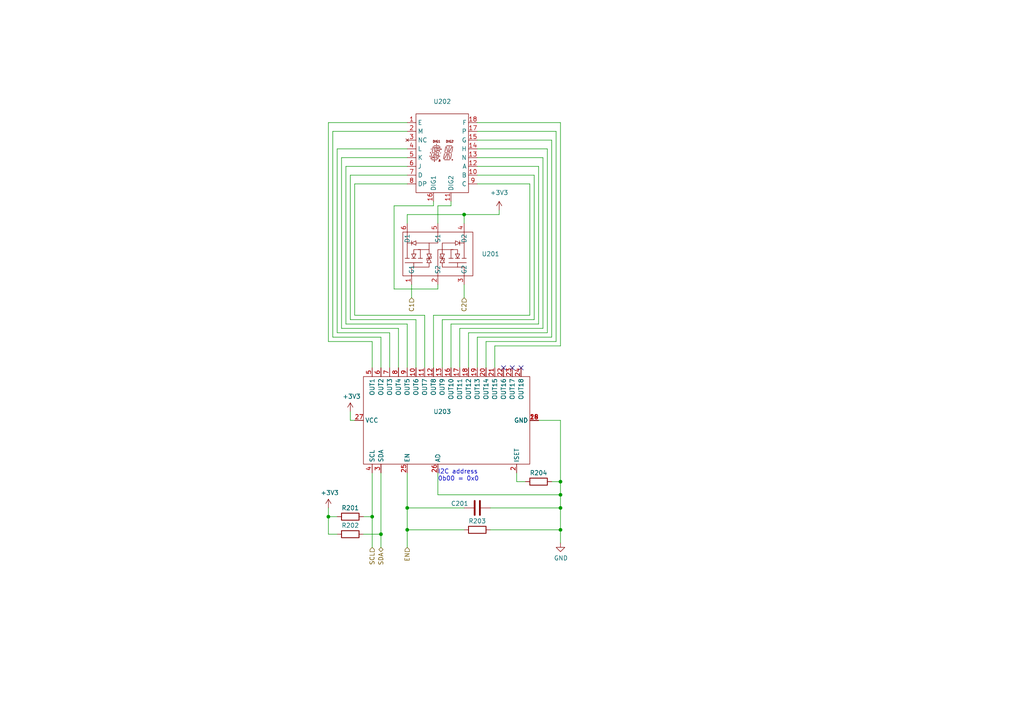
<source format=kicad_sch>
(kicad_sch (version 20211123) (generator eeschema)
  (paper "A4")
  (lib_symbols
    (symbol "Device:C" (pin_numbers hide) (pin_names (offset 0.254))
      (property "Reference" "C" (at 0.635 2.54 0))
      (property "Value" "C" (at 0.635 -2.54 0))
      (symbol "C_0_1"
        (polyline (pts (xy -2.032 -0.762) (xy 2.032 -0.762)) (stroke (width 0.508)))
        (polyline (pts (xy -2.032 0.762) (xy 2.032 0.762)) (stroke (width 0.508)))
      )
      (symbol "C_1_1"
        (pin passive line (at 0 3.81 270) (length 2.794) (name "~") (number "1"))
        (pin passive line (at 0 -3.81 90) (length 2.794) (name "~") (number "2"))
      )
    )
    (symbol "Device:R" (pin_numbers hide) (pin_names (offset 0))
      (property "Reference" "R" (at 2.032 0 90))
      (property "Value" "R" (at 0 0 90))
      (symbol "R_0_1"
        (rectangle (start -1.016 -2.54) (end 1.016 2.54) (stroke (width 0.254)))
      )
      (symbol "R_1_1"
        (pin passive line (at 0 3.81 270) (length 1.27) (name "~") (number "1"))
        (pin passive line (at 0 -3.81 90) (length 1.27) (name "~") (number "2"))
      )
    )
    (symbol "HDSP-A22C:HDSP-A22C"
      (property "Reference" "U" (at 0 10.16 0))
      (property "Value" "HDSP-A22C" (at 0 12.7 0))
      (symbol "HDSP-A22C_0_0"
        (text "A" (at -1.651 2.54 0) (effects (font (size 0.3048 0.3048))))
        (text "B" (at -0.381 1.143 0) (effects (font (size 0.3048 0.3048))))
        (text "C" (at -0.762 -0.889 0) (effects (font (size 0.3048 0.3048))))
        (text "D" (at -2.286 -2.286 0) (effects (font (size 0.3048 0.3048))))
        (text "DIG1" (at -1.651 3.429 0) (effects (font (size 0.635 0.635))))
        (text "DIG2" (at 2.159 3.429 0) (effects (font (size 0.635 0.635))))
        (text "DP" (at -0.762 -2.286 0) (effects (font (size 0.3048 0.3048))))
        (text "E" (at -3.556 -0.889 0) (effects (font (size 0.3048 0.3048))))
        (text "F" (at -3.175 1.143 0) (effects (font (size 0.3048 0.3048))))
        (text "G" (at -1.397 1.524 0) (effects (font (size 0.3048 0.3048))))
        (text "H" (at -1.143 0.762 0) (effects (font (size 0.3048 0.3048))))
        (text "J" (at -0.508 0.127 0) (effects (font (size 0.3048 0.3048))))
        (text "K" (at -1.397 -0.635 0) (effects (font (size 0.3048 0.3048))))
        (text "L" (at -1.905 -1.27 0) (effects (font (size 0.3048 0.3048))))
        (text "M" (at -2.54 -1.27 0) (effects (font (size 0.3048 0.3048))))
        (text "N" (at -3.429 0.127 0) (effects (font (size 0.3048 0.3048))))
        (text "P" (at -2.032 1.524 0) (effects (font (size 0.3048 0.3048))))
      )
      (symbol "HDSP-A22C_0_1"
        (rectangle (start -7.62 11.43) (end 7.62 -11.43))
        (circle (center -0.762 -1.905) (radius 0.127))
        (polyline (pts (xy -3.302 -1.651) (xy -3.048 -0.127)))
        (polyline (pts (xy -2.921 0.127) (xy -2.159 0.127)))
        (polyline (pts (xy -2.413 2.159) (xy -0.889 2.159)))
        (polyline (pts (xy -2.286 -0.127) (xy -3.048 -1.651)))
        (polyline (pts (xy -2.159 0.381) (xy -2.413 1.905)))
        (polyline (pts (xy -1.778 -0.127) (xy -1.524 -1.651)))
        (polyline (pts (xy -1.651 0.381) (xy -0.889 1.905)))
        (polyline (pts (xy -1.524 -1.905) (xy -3.048 -1.905)))
        (polyline (pts (xy -1.016 0.127) (xy -1.778 0.127)))
      )
      (symbol "HDSP-A22C_1_1"
        (polyline (pts (xy -2.921 0.381) (xy -2.667 1.905)))
        (polyline (pts (xy -2.286 -1.651) (xy -2.032 -0.127)))
        (polyline (pts (xy -1.905 0.381) (xy -1.651 1.905)))
        (polyline (pts (xy -1.27 -1.651) (xy -1.016 -0.127)))
        (polyline (pts (xy -0.889 0.381) (xy -0.635 1.905)))
        (polyline (pts (xy 0.381 -1.651) (xy 0.635 -0.127)))
        (polyline (pts (xy 0.762 0.127) (xy 1.524 0.127)))
        (polyline (pts (xy 0.762 0.381) (xy 1.016 1.905)))
        (polyline (pts (xy 1.27 2.159) (xy 2.794 2.159)))
        (polyline (pts (xy 1.397 -1.651) (xy 1.651 -0.127)))
        (polyline (pts (xy 1.397 -0.127) (xy 0.635 -1.651)))
        (polyline (pts (xy 1.524 0.381) (xy 1.27 1.905)))
        (polyline (pts (xy 1.778 0.381) (xy 2.032 1.905)))
        (polyline (pts (xy 1.905 -0.127) (xy 2.159 -1.651)))
        (polyline (pts (xy 2.032 0.381) (xy 2.794 1.905)))
        (polyline (pts (xy 2.159 -1.905) (xy 0.635 -1.905)))
        (polyline (pts (xy 2.413 -1.651) (xy 2.667 -0.127)))
        (polyline (pts (xy 2.667 0.127) (xy 1.905 0.127)))
        (polyline (pts (xy 2.794 0.381) (xy 3.048 1.905)))
        (circle (center 2.921 -1.905) (radius 0.127))
        (pin input line (at -10.16 8.89 0) (length 2.54) (name "E") (number "1"))
        (pin input line (at 10.16 -6.35 180) (length 2.54) (name "B") (number "10"))
        (pin passive line (at 2.54 -13.97 90) (length 2.54) (name "DIG2") (number "11"))
        (pin input line (at 10.16 -3.81 180) (length 2.54) (name "A") (number "12"))
        (pin input line (at 10.16 -1.27 180) (length 2.54) (name "N") (number "13"))
        (pin input line (at 10.16 1.27 180) (length 2.54) (name "H") (number "14"))
        (pin input line (at 10.16 3.81 180) (length 2.54) (name "G") (number "15"))
        (pin passive line (at -2.54 -13.97 90) (length 2.54) (name "DIG1") (number "16"))
        (pin input line (at 10.16 6.35 180) (length 2.54) (name "P") (number "17"))
        (pin input line (at 10.16 8.89 180) (length 2.54) (name "F") (number "18"))
        (pin input line (at -10.16 6.35 0) (length 2.54) (name "M") (number "2"))
        (pin no_connect line (at -10.16 3.81 0) (length 2.54) (name "NC") (number "3"))
        (pin input line (at -10.16 1.27 0) (length 2.54) (name "L") (number "4"))
        (pin input line (at -10.16 -1.27 0) (length 2.54) (name "K") (number "5"))
        (pin input line (at -10.16 -3.81 0) (length 2.54) (name "J") (number "6"))
        (pin input line (at -10.16 -6.35 0) (length 2.54) (name "D") (number "7"))
        (pin input line (at -10.16 -8.89 0) (length 2.54) (name "DP") (number "8"))
        (pin input line (at 10.16 -8.89 180) (length 2.54) (name "C") (number "9"))
      )
    )
    (symbol "IS32FL3238:IS32FL3238"
      (property "Reference" "U" (at 0 -1.27 0))
      (property "Value" "IS32FL3238" (at 0 1.27 0))
      (symbol "IS32FL3238_0_1"
        (rectangle (start -12.7 22.86) (end 12.7 -25.4) (stroke (width 0.1524)))
      )
      (symbol "IS32FL3238_1_1"
        (pin input line (at 15.24 7.62 180) (length 2.54) (name "OUT6") (number "10"))
        (pin input line (at 15.24 5.08 180) (length 2.54) (name "OUT7") (number "11"))
        (pin input line (at 15.24 2.54 180) (length 2.54) (name "OUT8") (number "12"))
        (pin input line (at 15.24 0 180) (length 2.54) (name "OUT9") (number "13"))
        (pin power_out line (at 0 -27.94 90) (length 2.54) (name "GND") (number "14"))
        (pin power_out line (at 0 -27.94 90) (length 2.54) (name "GND") (number "15"))
        (pin input line (at 15.24 -2.54 180) (length 2.54) (name "OUT10") (number "16"))
        (pin input line (at 15.24 -5.08 180) (length 2.54) (name "OUT11") (number "17"))
        (pin input line (at 15.24 -7.62 180) (length 2.54) (name "OUT12") (number "18"))
        (pin input line (at 15.24 -10.16 180) (length 2.54) (name "OUT13") (number "19"))
        (pin output line (at -15.24 -21.59 0) (length 2.54) (name "ISET") (number "2"))
        (pin input line (at 15.24 -12.7 180) (length 2.54) (name "OUT14") (number "20"))
        (pin input line (at 15.24 -15.24 180) (length 2.54) (name "OUT15") (number "21"))
        (pin input line (at 15.24 -17.78 180) (length 2.54) (name "OUT16") (number "22"))
        (pin input line (at 15.24 -20.32 180) (length 2.54) (name "OUT17") (number "23"))
        (pin input line (at 15.24 -22.86 180) (length 2.54) (name "OUT18") (number "24"))
        (pin input line (at -15.24 10.16 0) (length 2.54) (name "EN") (number "25"))
        (pin input line (at -15.24 1.27 0) (length 2.54) (name "AD") (number "26"))
        (pin power_in line (at 0 25.4 270) (length 2.54) (name "VCC") (number "27"))
        (pin power_out line (at 0 -27.94 90) (length 2.54) (name "GND") (number "28"))
        (pin input line (at -15.24 17.78 0) (length 2.54) (name "SDA") (number "3"))
        (pin input line (at -15.24 20.32 0) (length 2.54) (name "SCL") (number "4"))
        (pin input line (at 15.24 20.32 180) (length 2.54) (name "OUT1") (number "5"))
        (pin input line (at 15.24 17.78 180) (length 2.54) (name "OUT2") (number "6"))
        (pin input line (at 15.24 15.24 180) (length 2.54) (name "OUT3") (number "7"))
        (pin input line (at 15.24 12.7 180) (length 2.54) (name "OUT4") (number "8"))
        (pin input line (at 15.24 10.16 180) (length 2.54) (name "OUT5") (number "9"))
      )
    )
    (symbol "QS6K1FRATR:QS6K1FRATR"
      (property "Reference" "U201" (at 13.97 2.54 0))
      (property "Value" "QS6K1FRATR" (at 12.7 -3.81 90))
      (symbol "QS6K1FRATR_0_1"
        (rectangle (start -8.89 8.89) (end 11.43 -3.81))
        (polyline (pts (xy -8.255 0) (xy -3.175 0)))
        (polyline (pts (xy -8.255 1.27) (xy -6.985 1.27)))
        (polyline (pts (xy -7.62 1.27) (xy -7.62 8.89)))
        (polyline (pts (xy -6.35 5.08) (xy -6.35 6.35)))
        (polyline (pts (xy -6.35 5.715) (xy -7.62 5.715)))
        (polyline (pts (xy -5.715 0) (xy -5.715 -1.27)))
        (polyline (pts (xy -5.715 1.27) (xy -5.08 2.54)))
        (polyline (pts (xy -5.08 1.27) (xy -6.35 1.27)))
        (polyline (pts (xy -4.445 1.27) (xy -3.175 1.27)))
        (polyline (pts (xy -1.905 1.27) (xy -1.905 0.635)))
        (polyline (pts (xy -1.905 1.27) (xy -0.635 1.27)))
        (polyline (pts (xy -1.27 1.27) (xy -1.905 0)))
        (polyline (pts (xy -0.635 1.27) (xy -0.635 1.905)))
        (polyline (pts (xy 1.905 1.27) (xy 1.905 1.905)))
        (polyline (pts (xy 2.54 1.27) (xy 3.175 0)))
        (polyline (pts (xy 3.175 1.27) (xy 1.905 1.27)))
        (polyline (pts (xy 3.175 1.27) (xy 3.175 0.635)))
        (polyline (pts (xy 5.715 1.27) (xy 4.445 1.27)))
        (polyline (pts (xy 6.35 1.27) (xy 7.62 1.27)))
        (polyline (pts (xy 6.985 0) (xy 6.985 -1.27)))
        (polyline (pts (xy 6.985 1.27) (xy 6.35 2.54)))
        (polyline (pts (xy 7.62 5.08) (xy 7.62 6.35)))
        (polyline (pts (xy 7.62 5.715) (xy 8.89 5.715)))
        (polyline (pts (xy 8.89 1.27) (xy 8.89 8.89)))
        (polyline (pts (xy 9.525 0) (xy 4.445 0)))
        (polyline (pts (xy 9.525 1.27) (xy 8.255 1.27)))
        (polyline (pts (xy -5.715 -1.27) (xy -6.35 -1.27) (xy -6.35 -3.81)))
        (polyline (pts (xy -5.715 1.27) (xy -6.35 2.54) (xy -5.08 2.54)))
        (polyline (pts (xy -1.27 0) (xy -1.27 -1.27) (xy -5.715 -1.27)))
        (polyline (pts (xy -1.27 1.27) (xy -0.635 0) (xy -1.905 0)))
        (polyline (pts (xy 1.27 -3.81) (xy 1.27 3.81) (xy 2.54 3.81)))
        (polyline (pts (xy 1.27 8.89) (xy 1.27 5.715) (xy -1.27 5.715)))
        (polyline (pts (xy 2.54 0) (xy 2.54 -1.27) (xy 6.985 -1.27)))
        (polyline (pts (xy 2.54 1.27) (xy 1.905 0) (xy 3.175 0)))
        (polyline (pts (xy 6.985 -1.27) (xy 8.89 -1.27) (xy 8.89 -3.81)))
        (polyline (pts (xy 6.985 1.27) (xy 7.62 2.54) (xy 6.35 2.54)))
        (polyline (pts (xy -5.715 2.54) (xy -5.715 3.81) (xy -3.81 3.81) (xy -3.81 1.27)))
        (polyline (pts (xy 6.985 2.54) (xy 6.985 3.81) (xy 5.08 3.81) (xy 5.08 1.27)))
        (polyline (pts (xy -4.445 3.81) (xy -1.27 3.81) (xy -1.27 2.54) (xy -1.905 2.54) (xy -1.27 1.27) (xy -0.635 2.54) (xy -1.27 2.54)))
        (polyline (pts (xy -1.27 3.81) (xy -1.27 5.715) (xy -5.08 5.715) (xy -5.08 6.35) (xy -6.35 5.715) (xy -5.08 5.08) (xy -5.08 5.715)))
        (polyline (pts (xy 2.54 3.81) (xy 2.54 5.715) (xy 6.35 5.715) (xy 6.35 6.35) (xy 7.62 5.715) (xy 6.35 5.08) (xy 6.35 5.715)))
        (polyline (pts (xy 5.715 3.81) (xy 2.54 3.81) (xy 2.54 2.54) (xy 3.175 2.54) (xy 2.54 1.27) (xy 1.905 2.54) (xy 2.54 2.54)))
      )
      (symbol "QS6K1FRATR_1_1"
        (pin input line (at -6.35 -6.35 90) (length 2.54) (name "G1") (number "1"))
        (pin input line (at 1.27 -6.35 90) (length 2.54) (name "S2") (number "2"))
        (pin input line (at 8.89 -6.35 90) (length 2.54) (name "G2") (number "3"))
        (pin input line (at 8.89 11.43 270) (length 2.54) (name "D2") (number "4"))
        (pin input line (at 1.27 11.43 270) (length 2.54) (name "S1") (number "5"))
        (pin input line (at -7.62 11.43 270) (length 2.54) (name "D1") (number "6"))
      )
    )
    (symbol "power:+3V3" (power) (pin_names (offset 0))
      (property "Value" "+3V3" (at 0 3.556 0))
      (symbol "+3V3_0_1"
        (polyline (pts (xy -0.762 1.27) (xy 0 2.54)))
        (polyline (pts (xy 0 0) (xy 0 2.54)))
        (polyline (pts (xy 0 2.54) (xy 0.762 1.27)))
      )
      (symbol "+3V3_1_1"
        (pin power_in line (at 0 0 90) (length 0) hide (name "+3V3") (number "1"))
      )
    )
    (symbol "power:GND" (power) (pin_names (offset 0))
      (property "Value" "GND" (at 0 -3.81 0))
      (symbol "GND_0_1"
        (polyline (pts (xy 0 0) (xy 0 -1.27) (xy 1.27 -1.27) (xy 0 -2.54) (xy -1.27 -1.27) (xy 0 -1.27)))
      )
      (symbol "GND_1_1"
        (pin power_in line (at 0 0 270) (length 0) hide (name "GND") (number "1"))
      )
    )
  )
  (junction (at 118.11 147.32))
  (junction (at 134.62 62.23))
  (junction (at 162.56 153.67))
  (junction (at 162.56 147.32))
  (junction (at 162.56 143.51))
  (junction (at 118.11 153.67))
  (junction (at 110.49 154.94))
  (junction (at 107.95 149.86))
  (junction (at 95.25 149.86))
  (junction (at 162.56 139.7))
  (no_connect (at 148.59 106.68))
  (no_connect (at 146.05 106.68))
  (no_connect (at 151.13 106.68))
  (wire (pts (xy 127 83.82) (xy 114.3 83.82)))
  (wire (pts (xy 154.94 92.71) (xy 154.94 50.8)))
  (wire (pts (xy 99.06 45.72) (xy 118.11 45.72)))
  (wire (pts (xy 144.78 62.23) (xy 144.78 60.96)))
  (wire (pts (xy 113.03 106.68) (xy 113.03 96.52)))
  (wire (pts (xy 97.79 96.52) (xy 97.79 43.18)))
  (wire (pts (xy 97.79 154.94) (xy 95.25 154.94)))
  (wire (pts (xy 162.56 153.67) (xy 162.56 157.48)))
  (wire (pts (xy 134.62 82.55) (xy 134.62 86.36)))
  (wire (pts (xy 118.11 153.67) (xy 118.11 158.75)))
  (wire (pts (xy 134.62 62.23) (xy 144.78 62.23)))
  (wire (pts (xy 135.89 96.52) (xy 158.75 96.52)))
  (wire (pts (xy 128.27 106.68) (xy 128.27 92.71)))
  (wire (pts (xy 113.03 96.52) (xy 97.79 96.52)))
  (wire (pts (xy 130.81 93.98) (xy 156.21 93.98)))
  (wire (pts (xy 118.11 153.67) (xy 134.62 153.67)))
  (wire (pts (xy 138.43 45.72) (xy 157.48 45.72)))
  (wire (pts (xy 97.79 43.18) (xy 118.11 43.18)))
  (wire (pts (xy 138.43 43.18) (xy 158.75 43.18)))
  (wire (pts (xy 138.43 53.34) (xy 153.67 53.34)))
  (wire (pts (xy 118.11 64.77) (xy 118.11 62.23)))
  (wire (pts (xy 162.56 147.32) (xy 162.56 153.67)))
  (wire (pts (xy 160.02 97.79) (xy 138.43 97.79)))
  (wire (pts (xy 125.73 58.42) (xy 125.73 59.69)))
  (wire (pts (xy 152.4 139.7) (xy 149.86 139.7)))
  (wire (pts (xy 138.43 50.8) (xy 154.94 50.8)))
  (wire (pts (xy 120.65 106.68) (xy 120.65 92.71)))
  (wire (pts (xy 162.56 139.7) (xy 162.56 143.51)))
  (wire (pts (xy 127 137.16) (xy 127 143.51)))
  (wire (pts (xy 138.43 40.64) (xy 160.02 40.64)))
  (wire (pts (xy 118.11 93.98) (xy 100.33 93.98)))
  (wire (pts (xy 110.49 137.16) (xy 110.49 154.94)))
  (wire (pts (xy 127 59.69) (xy 130.81 59.69)))
  (wire (pts (xy 96.52 97.79) (xy 96.52 38.1)))
  (wire (pts (xy 110.49 154.94) (xy 110.49 158.75)))
  (wire (pts (xy 114.3 59.69) (xy 114.3 83.82)))
  (wire (pts (xy 125.73 106.68) (xy 125.73 91.44)))
  (wire (pts (xy 95.25 149.86) (xy 95.25 147.32)))
  (wire (pts (xy 107.95 137.16) (xy 107.95 149.86)))
  (wire (pts (xy 102.87 53.34) (xy 118.11 53.34)))
  (wire (pts (xy 99.06 95.25) (xy 99.06 45.72)))
  (wire (pts (xy 120.65 92.71) (xy 101.6 92.71)))
  (wire (pts (xy 115.57 95.25) (xy 99.06 95.25)))
  (wire (pts (xy 110.49 97.79) (xy 96.52 97.79)))
  (wire (pts (xy 160.02 40.64) (xy 160.02 97.79)))
  (wire (pts (xy 96.52 38.1) (xy 118.11 38.1)))
  (wire (pts (xy 107.95 149.86) (xy 107.95 158.75)))
  (wire (pts (xy 138.43 97.79) (xy 138.43 106.68)))
  (wire (pts (xy 156.21 93.98) (xy 156.21 48.26)))
  (wire (pts (xy 118.11 62.23) (xy 134.62 62.23)))
  (wire (pts (xy 115.57 106.68) (xy 115.57 95.25)))
  (wire (pts (xy 118.11 147.32) (xy 118.11 153.67)))
  (wire (pts (xy 149.86 139.7) (xy 149.86 137.16)))
  (wire (pts (xy 123.19 106.68) (xy 123.19 91.44)))
  (wire (pts (xy 102.87 91.44) (xy 102.87 53.34)))
  (wire (pts (xy 138.43 38.1) (xy 161.29 38.1)))
  (wire (pts (xy 142.24 153.67) (xy 162.56 153.67)))
  (wire (pts (xy 162.56 100.33) (xy 143.51 100.33)))
  (wire (pts (xy 133.35 106.68) (xy 133.35 95.25)))
  (wire (pts (xy 105.41 149.86) (xy 107.95 149.86)))
  (wire (pts (xy 161.29 99.06) (xy 161.29 38.1)))
  (wire (pts (xy 140.97 106.68) (xy 140.97 99.06)))
  (wire (pts (xy 107.95 99.06) (xy 95.25 99.06)))
  (wire (pts (xy 127 143.51) (xy 162.56 143.51)))
  (wire (pts (xy 138.43 35.56) (xy 162.56 35.56)))
  (wire (pts (xy 100.33 48.26) (xy 118.11 48.26)))
  (wire (pts (xy 101.6 92.71) (xy 101.6 50.8)))
  (wire (pts (xy 114.3 59.69) (xy 125.73 59.69)))
  (wire (pts (xy 118.11 106.68) (xy 118.11 93.98)))
  (wire (pts (xy 135.89 106.68) (xy 135.89 96.52)))
  (wire (pts (xy 119.38 82.55) (xy 119.38 86.36)))
  (wire (pts (xy 142.24 147.32) (xy 162.56 147.32)))
  (wire (pts (xy 157.48 95.25) (xy 157.48 45.72)))
  (wire (pts (xy 95.25 35.56) (xy 118.11 35.56)))
  (wire (pts (xy 138.43 48.26) (xy 156.21 48.26)))
  (wire (pts (xy 162.56 121.92) (xy 162.56 139.7)))
  (wire (pts (xy 101.6 121.92) (xy 102.87 121.92)))
  (wire (pts (xy 130.81 106.68) (xy 130.81 93.98)))
  (wire (pts (xy 134.62 62.23) (xy 134.62 64.77)))
  (wire (pts (xy 118.11 137.16) (xy 118.11 147.32)))
  (wire (pts (xy 101.6 119.38) (xy 101.6 121.92)))
  (wire (pts (xy 160.02 139.7) (xy 162.56 139.7)))
  (wire (pts (xy 105.41 154.94) (xy 110.49 154.94)))
  (wire (pts (xy 162.56 35.56) (xy 162.56 100.33)))
  (wire (pts (xy 127 59.69) (xy 127 64.77)))
  (wire (pts (xy 100.33 93.98) (xy 100.33 48.26)))
  (wire (pts (xy 153.67 91.44) (xy 153.67 53.34)))
  (wire (pts (xy 162.56 121.92) (xy 156.21 121.92)))
  (wire (pts (xy 140.97 99.06) (xy 161.29 99.06)))
  (wire (pts (xy 158.75 96.52) (xy 158.75 43.18)))
  (wire (pts (xy 95.25 99.06) (xy 95.25 35.56)))
  (wire (pts (xy 143.51 100.33) (xy 143.51 106.68)))
  (wire (pts (xy 133.35 95.25) (xy 157.48 95.25)))
  (wire (pts (xy 125.73 91.44) (xy 153.67 91.44)))
  (wire (pts (xy 162.56 143.51) (xy 162.56 147.32)))
  (wire (pts (xy 95.25 154.94) (xy 95.25 149.86)))
  (wire (pts (xy 123.19 91.44) (xy 102.87 91.44)))
  (wire (pts (xy 107.95 99.06) (xy 107.95 106.68)))
  (wire (pts (xy 127 82.55) (xy 127 83.82)))
  (wire (pts (xy 110.49 106.68) (xy 110.49 97.79)))
  (wire (pts (xy 130.81 59.69) (xy 130.81 58.42)))
  (wire (pts (xy 97.79 149.86) (xy 95.25 149.86)))
  (wire (pts (xy 101.6 50.8) (xy 118.11 50.8)))
  (wire (pts (xy 118.11 147.32) (xy 134.62 147.32)))
  (wire (pts (xy 128.27 92.71) (xy 154.94 92.71)))
  (text "I2C address\n0b00 = 0x0" (at 127 139.7 0) (effects (font (size 1.27 1.27)) (justify left bottom)))
  (hierarchical_label "C2" (shape input) (at 134.62 86.36 270))
  (hierarchical_label "SDA" (shape bidirectional) (at 110.49 158.75 270))
  (hierarchical_label "C1" (shape input) (at 119.38 86.36 270))
  (hierarchical_label "SCL" (shape input) (at 107.95 158.75 270))
  (hierarchical_label "EN" (shape input) (at 118.11 158.75 270))
  (symbol (lib_id "Device:R") (at 101.6 154.94 90) (unit 1)
    (property "Reference" "R202" (at 101.6 152.4 90))
  )
  (symbol (lib_id "power:GND") (at 162.56 157.48 0) (unit 1)
    (property "Reference" "#PWR0204" (effects hide))
    (property "Value" "GND" (at 162.687 161.8742 0))
  )
  (symbol (lib_id "QS6K1FRATR:QS6K1FRATR") (at 125.73 76.2 0) (unit 1)
    (property "Reference" "U201" (at 139.7 73.66 0) (effects (justify left)))
    (property "Datasheet" "https://fscdn.rohm.com/en/products/databook/datasheet/discrete/transistor/mosfet/qs6k1fra.pdf" (effects hide))
    (property "DK" "https://www.digikey.no/product-detail/no/QS6K1FRATR/846-QS6K1FRACT-ND/13532602?itemSeq=385825744" (effects hide))
  )
  (symbol (lib_id "power:+3V3") (at 144.78 60.96 0) (unit 1)
    (property "Reference" "#PWR0203" (effects hide))
    (property "Value" "+3V3" (at 144.78 55.88 0))
  )
  (symbol (lib_id "Device:R") (at 156.21 139.7 90) (unit 1)
    (property "Reference" "R204" (at 156.21 137.16 90))
  )
  (symbol (lib_id "HDSP-A22C:HDSP-A22C") (at 128.27 44.45 0) (unit 1)
    (property "Reference" "U202" (at 128.27 29.4472 0))
    (property "DK" "https://www.digikey.no/no/products/detail/broadcom-limited/HDSP-A22C/3589050" (effects hide))
  )
  (symbol (lib_id "Device:R") (at 101.6 149.86 90) (unit 1)
    (property "Reference" "R201" (at 101.6 147.32 90))
  )
  (symbol (lib_id "Device:R") (at 138.43 153.67 90) (unit 1)
    (property "Reference" "R203" (at 138.43 151.13 90))
  )
  (symbol (lib_id "power:+3V3") (at 95.25 147.32 0) (unit 1)
    (property "Reference" "#PWR0201" (effects hide))
    (property "Value" "+3V3" (at 95.631 142.9258 0))
  )
  (symbol (lib_id "Device:C") (at 138.43 147.32 90) (unit 1)
    (property "Reference" "C201" (at 135.89 146.05 90) (effects (justify left)))
  )
  (symbol (lib_id "IS32FL3238:IS32FL3238") (at 128.27 121.92 90) (unit 1)
    (property "Reference" "U203" (at 128.27 119.38 90))
    (property "Datasheet" "https://www.lumissil.com/assets/pdf/core/IS32FL3238_DS.pdf" (effects hide))
    (property "DK" "https://www.digikey.no/no/products/detail/lumissil-microsystems/IS32FL3238-ZLA3-TR/14308393" (effects hide))
  )
  (symbol (lib_id "power:+3V3") (at 101.6 119.38 0) (unit 1)
    (property "Reference" "#PWR0202" (effects hide))
    (property "Value" "+3V3" (at 101.981 114.9858 0))
  )
)
</source>
